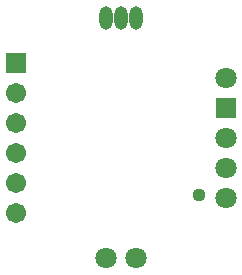
<source format=gts>
G04 Layer_Color=8388736*
%FSLAX24Y24*%
%MOIN*%
G70*
G01*
G75*
%ADD23C,0.0710*%
%ADD24R,0.0710X0.0710*%
%ADD25O,0.0440X0.0780*%
%ADD26C,0.0671*%
%ADD27R,0.0671X0.0671*%
%ADD28C,0.0440*%
G54D23*
X7500Y6500D02*
D03*
Y4500D02*
D03*
Y3500D02*
D03*
Y2500D02*
D03*
X4500Y500D02*
D03*
X3500D02*
D03*
G54D24*
X7500Y5500D02*
D03*
G54D25*
X3500Y8500D02*
D03*
X4500D02*
D03*
X4000D02*
D03*
G54D26*
X500Y2000D02*
D03*
Y3000D02*
D03*
Y4000D02*
D03*
Y5000D02*
D03*
Y6000D02*
D03*
G54D27*
Y7000D02*
D03*
G54D28*
X6606Y2606D02*
D03*
M02*

</source>
